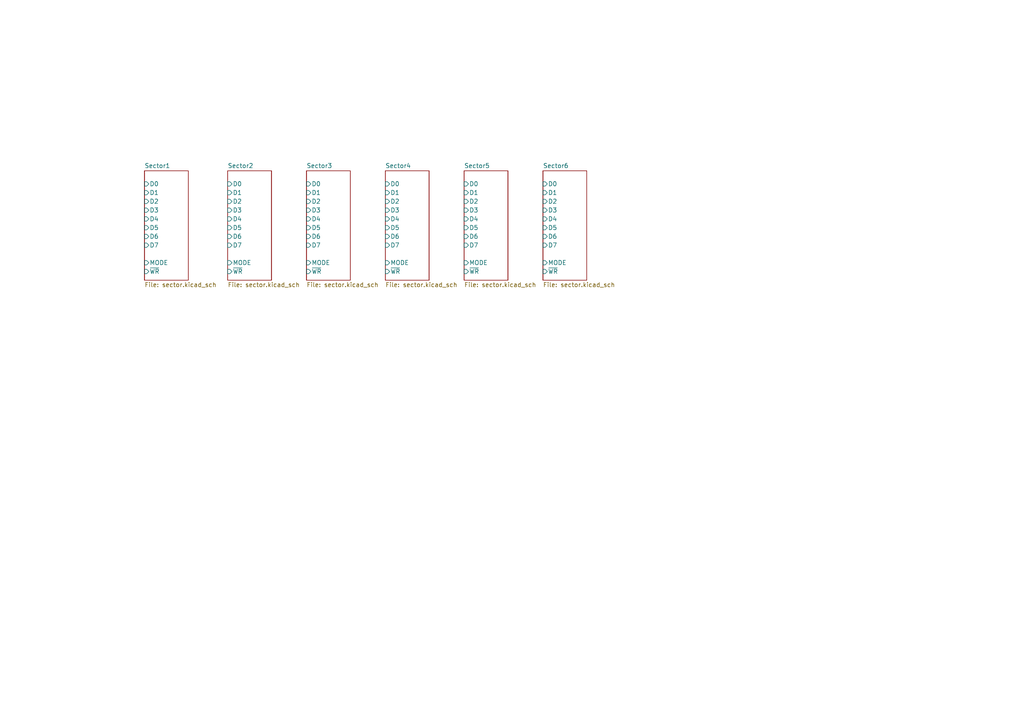
<source format=kicad_sch>
(kicad_sch
	(version 20250114)
	(generator "eeschema")
	(generator_version "9.0")
	(uuid "854da954-ecec-4a18-8053-33c879b37ebb")
	(paper "A4")
	(lib_symbols)
	(sheet
		(at 111.76 49.53)
		(size 12.7 31.75)
		(exclude_from_sim no)
		(in_bom yes)
		(on_board yes)
		(dnp no)
		(fields_autoplaced yes)
		(stroke
			(width 0.1524)
			(type solid)
		)
		(fill
			(color 0 0 0 0.0000)
		)
		(uuid "04b05e74-e8a7-427c-8af0-1f08c509c03f")
		(property "Sheetname" "Sector4"
			(at 111.76 48.8184 0)
			(effects
				(font
					(size 1.27 1.27)
				)
				(justify left bottom)
			)
		)
		(property "Sheetfile" "sector.kicad_sch"
			(at 111.76 81.8646 0)
			(effects
				(font
					(size 1.27 1.27)
				)
				(justify left top)
			)
		)
		(pin "D0" input
			(at 111.76 53.34 180)
			(uuid "b8a8cc7b-478f-48bc-84ef-11d2fb81829e")
			(effects
				(font
					(size 1.27 1.27)
				)
				(justify left)
			)
		)
		(pin "D1" input
			(at 111.76 55.88 180)
			(uuid "fed2ff82-5fa7-435b-a5ee-14726c1f7eae")
			(effects
				(font
					(size 1.27 1.27)
				)
				(justify left)
			)
		)
		(pin "D2" input
			(at 111.76 58.42 180)
			(uuid "7ffbd905-19ee-4bfa-b541-350580d64a46")
			(effects
				(font
					(size 1.27 1.27)
				)
				(justify left)
			)
		)
		(pin "D3" input
			(at 111.76 60.96 180)
			(uuid "18c62e29-9f21-4d89-8814-4611e4a8a2f3")
			(effects
				(font
					(size 1.27 1.27)
				)
				(justify left)
			)
		)
		(pin "D4" input
			(at 111.76 63.5 180)
			(uuid "8a419e1a-824a-423e-8b4f-0dc9f30d7beb")
			(effects
				(font
					(size 1.27 1.27)
				)
				(justify left)
			)
		)
		(pin "D5" input
			(at 111.76 66.04 180)
			(uuid "d4f113f5-84ed-4f0e-8280-6f428e5366f0")
			(effects
				(font
					(size 1.27 1.27)
				)
				(justify left)
			)
		)
		(pin "D6" input
			(at 111.76 68.58 180)
			(uuid "292c5ebf-16b5-462b-9631-d1be9830087a")
			(effects
				(font
					(size 1.27 1.27)
				)
				(justify left)
			)
		)
		(pin "D7" input
			(at 111.76 71.12 180)
			(uuid "fb2908d1-4f3b-4b00-81e6-de03879cca0b")
			(effects
				(font
					(size 1.27 1.27)
				)
				(justify left)
			)
		)
		(pin "MODE" input
			(at 111.76 76.2 180)
			(uuid "128e1113-7c7b-4bdc-a4d4-d907fd68bd1d")
			(effects
				(font
					(size 1.27 1.27)
				)
				(justify left)
			)
		)
		(pin "~{WR}" input
			(at 111.76 78.74 180)
			(uuid "cbf46a51-0cdf-4062-8d52-1a05450793b3")
			(effects
				(font
					(size 1.27 1.27)
				)
				(justify left)
			)
		)
		(instances
			(project "Led_clock_sector"
				(path "/854da954-ecec-4a18-8053-33c879b37ebb"
					(page "5")
				)
			)
		)
	)
	(sheet
		(at 66.04 49.53)
		(size 12.7 31.75)
		(exclude_from_sim no)
		(in_bom yes)
		(on_board yes)
		(dnp no)
		(fields_autoplaced yes)
		(stroke
			(width 0.1524)
			(type solid)
		)
		(fill
			(color 0 0 0 0.0000)
		)
		(uuid "1f856a04-686b-457e-87a4-7af76d5edd09")
		(property "Sheetname" "Sector2"
			(at 66.04 48.8184 0)
			(effects
				(font
					(size 1.27 1.27)
				)
				(justify left bottom)
			)
		)
		(property "Sheetfile" "sector.kicad_sch"
			(at 66.04 81.8646 0)
			(effects
				(font
					(size 1.27 1.27)
				)
				(justify left top)
			)
		)
		(pin "D0" input
			(at 66.04 53.34 180)
			(uuid "fee71055-91a6-4423-ab81-9b6da5c09d07")
			(effects
				(font
					(size 1.27 1.27)
				)
				(justify left)
			)
		)
		(pin "D1" input
			(at 66.04 55.88 180)
			(uuid "a7d730d8-3380-4a67-9a8c-9801819ae451")
			(effects
				(font
					(size 1.27 1.27)
				)
				(justify left)
			)
		)
		(pin "D2" input
			(at 66.04 58.42 180)
			(uuid "9809ac76-cdfe-472f-80b1-67312dea0ef6")
			(effects
				(font
					(size 1.27 1.27)
				)
				(justify left)
			)
		)
		(pin "D3" input
			(at 66.04 60.96 180)
			(uuid "22ef934b-a850-43ba-80b1-4c921f4efcd1")
			(effects
				(font
					(size 1.27 1.27)
				)
				(justify left)
			)
		)
		(pin "D4" input
			(at 66.04 63.5 180)
			(uuid "5f2e336c-7dfe-4d17-9935-6487a2a6b393")
			(effects
				(font
					(size 1.27 1.27)
				)
				(justify left)
			)
		)
		(pin "D5" input
			(at 66.04 66.04 180)
			(uuid "43bfbde0-a578-4b9a-aaad-55c0237f9bf6")
			(effects
				(font
					(size 1.27 1.27)
				)
				(justify left)
			)
		)
		(pin "D6" input
			(at 66.04 68.58 180)
			(uuid "6c17b3f5-19fa-4167-9a32-34c3e3cef349")
			(effects
				(font
					(size 1.27 1.27)
				)
				(justify left)
			)
		)
		(pin "D7" input
			(at 66.04 71.12 180)
			(uuid "0e0a6931-3db4-4576-8459-7006209bb324")
			(effects
				(font
					(size 1.27 1.27)
				)
				(justify left)
			)
		)
		(pin "MODE" input
			(at 66.04 76.2 180)
			(uuid "dca00ff4-2260-4ab6-ae33-d57768f899f0")
			(effects
				(font
					(size 1.27 1.27)
				)
				(justify left)
			)
		)
		(pin "~{WR}" input
			(at 66.04 78.74 180)
			(uuid "6b930181-e21c-4f2a-a601-ccd7f29521af")
			(effects
				(font
					(size 1.27 1.27)
				)
				(justify left)
			)
		)
		(instances
			(project "Led_clock_sector"
				(path "/854da954-ecec-4a18-8053-33c879b37ebb"
					(page "3")
				)
			)
		)
	)
	(sheet
		(at 88.9 49.53)
		(size 12.7 31.75)
		(exclude_from_sim no)
		(in_bom yes)
		(on_board yes)
		(dnp no)
		(fields_autoplaced yes)
		(stroke
			(width 0.1524)
			(type solid)
		)
		(fill
			(color 0 0 0 0.0000)
		)
		(uuid "5d46d765-1d6c-4220-8ee8-442dc3b3697f")
		(property "Sheetname" "Sector3"
			(at 88.9 48.8184 0)
			(effects
				(font
					(size 1.27 1.27)
				)
				(justify left bottom)
			)
		)
		(property "Sheetfile" "sector.kicad_sch"
			(at 88.9 81.8646 0)
			(effects
				(font
					(size 1.27 1.27)
				)
				(justify left top)
			)
		)
		(pin "D0" input
			(at 88.9 53.34 180)
			(uuid "d6dffc6b-9822-4d7d-a5c2-d0820dbdfab5")
			(effects
				(font
					(size 1.27 1.27)
				)
				(justify left)
			)
		)
		(pin "D1" input
			(at 88.9 55.88 180)
			(uuid "061b253c-7ea0-4b48-9533-261376d15782")
			(effects
				(font
					(size 1.27 1.27)
				)
				(justify left)
			)
		)
		(pin "D2" input
			(at 88.9 58.42 180)
			(uuid "d73a831b-da96-4804-90b3-c02a7161c9c3")
			(effects
				(font
					(size 1.27 1.27)
				)
				(justify left)
			)
		)
		(pin "D3" input
			(at 88.9 60.96 180)
			(uuid "688753ae-5f09-4da6-a13f-4ae922505478")
			(effects
				(font
					(size 1.27 1.27)
				)
				(justify left)
			)
		)
		(pin "D4" input
			(at 88.9 63.5 180)
			(uuid "86c9d49e-1463-4bcf-8dc7-e2fa895e849c")
			(effects
				(font
					(size 1.27 1.27)
				)
				(justify left)
			)
		)
		(pin "D5" input
			(at 88.9 66.04 180)
			(uuid "7d9098f0-50b0-4493-baba-4481603113b5")
			(effects
				(font
					(size 1.27 1.27)
				)
				(justify left)
			)
		)
		(pin "D6" input
			(at 88.9 68.58 180)
			(uuid "56cc20d4-66f1-4346-8625-4a41d010ffa0")
			(effects
				(font
					(size 1.27 1.27)
				)
				(justify left)
			)
		)
		(pin "D7" input
			(at 88.9 71.12 180)
			(uuid "6a5af776-16f1-4c35-885c-dceb7a5fd879")
			(effects
				(font
					(size 1.27 1.27)
				)
				(justify left)
			)
		)
		(pin "MODE" input
			(at 88.9 76.2 180)
			(uuid "9ca3ffc3-a9a6-47a7-b254-4d402dc555b8")
			(effects
				(font
					(size 1.27 1.27)
				)
				(justify left)
			)
		)
		(pin "~{WR}" input
			(at 88.9 78.74 180)
			(uuid "e812bfc6-56fe-4b97-8ba5-cf91543e2391")
			(effects
				(font
					(size 1.27 1.27)
				)
				(justify left)
			)
		)
		(instances
			(project "Led_clock_sector"
				(path "/854da954-ecec-4a18-8053-33c879b37ebb"
					(page "4")
				)
			)
		)
	)
	(sheet
		(at 41.91 49.53)
		(size 12.7 31.75)
		(exclude_from_sim no)
		(in_bom yes)
		(on_board yes)
		(dnp no)
		(fields_autoplaced yes)
		(stroke
			(width 0.1524)
			(type solid)
		)
		(fill
			(color 0 0 0 0.0000)
		)
		(uuid "929ff51f-02c5-4c2a-9e52-da6367ed83c7")
		(property "Sheetname" "Sector1"
			(at 41.91 48.8184 0)
			(effects
				(font
					(size 1.27 1.27)
				)
				(justify left bottom)
			)
		)
		(property "Sheetfile" "sector.kicad_sch"
			(at 41.91 81.8646 0)
			(effects
				(font
					(size 1.27 1.27)
				)
				(justify left top)
			)
		)
		(pin "D0" input
			(at 41.91 53.34 180)
			(uuid "b00676d0-b66a-440b-baf2-f0bd3f9d5945")
			(effects
				(font
					(size 1.27 1.27)
				)
				(justify left)
			)
		)
		(pin "D1" input
			(at 41.91 55.88 180)
			(uuid "2fc87fa9-4174-4925-96d3-ecfc7785631f")
			(effects
				(font
					(size 1.27 1.27)
				)
				(justify left)
			)
		)
		(pin "D2" input
			(at 41.91 58.42 180)
			(uuid "a8549934-44a0-495b-9437-22883e96b387")
			(effects
				(font
					(size 1.27 1.27)
				)
				(justify left)
			)
		)
		(pin "D3" input
			(at 41.91 60.96 180)
			(uuid "14504a0e-8cdc-438a-8f2d-0c1f1116ce73")
			(effects
				(font
					(size 1.27 1.27)
				)
				(justify left)
			)
		)
		(pin "D4" input
			(at 41.91 63.5 180)
			(uuid "992ca511-189f-4180-9f54-b4be1836e31e")
			(effects
				(font
					(size 1.27 1.27)
				)
				(justify left)
			)
		)
		(pin "D5" input
			(at 41.91 66.04 180)
			(uuid "61067a38-f8d1-4e17-9b6d-049f542c9005")
			(effects
				(font
					(size 1.27 1.27)
				)
				(justify left)
			)
		)
		(pin "D6" input
			(at 41.91 68.58 180)
			(uuid "f3480b79-303b-46bb-93df-22fe87d1bf38")
			(effects
				(font
					(size 1.27 1.27)
				)
				(justify left)
			)
		)
		(pin "D7" input
			(at 41.91 71.12 180)
			(uuid "e377a62a-38c4-4239-820b-420712c4e58b")
			(effects
				(font
					(size 1.27 1.27)
				)
				(justify left)
			)
		)
		(pin "MODE" input
			(at 41.91 76.2 180)
			(uuid "22a8e7e3-a4df-4365-8180-362955198796")
			(effects
				(font
					(size 1.27 1.27)
				)
				(justify left)
			)
		)
		(pin "~{WR}" input
			(at 41.91 78.74 180)
			(uuid "83acaf7c-2bfb-47ae-93dd-c35d7c3b32c1")
			(effects
				(font
					(size 1.27 1.27)
				)
				(justify left)
			)
		)
		(instances
			(project "Led_clock_sector"
				(path "/854da954-ecec-4a18-8053-33c879b37ebb"
					(page "2")
				)
			)
		)
	)
	(sheet
		(at 157.48 49.53)
		(size 12.7 31.75)
		(exclude_from_sim no)
		(in_bom yes)
		(on_board yes)
		(dnp no)
		(fields_autoplaced yes)
		(stroke
			(width 0.1524)
			(type solid)
		)
		(fill
			(color 0 0 0 0.0000)
		)
		(uuid "9a15f943-25f9-4164-acd0-5bc298e32013")
		(property "Sheetname" "Sector6"
			(at 157.48 48.8184 0)
			(effects
				(font
					(size 1.27 1.27)
				)
				(justify left bottom)
			)
		)
		(property "Sheetfile" "sector.kicad_sch"
			(at 157.48 81.8646 0)
			(effects
				(font
					(size 1.27 1.27)
				)
				(justify left top)
			)
		)
		(pin "D0" input
			(at 157.48 53.34 180)
			(uuid "06124cc1-8080-4b5b-81ed-d500d6a82eaf")
			(effects
				(font
					(size 1.27 1.27)
				)
				(justify left)
			)
		)
		(pin "D1" input
			(at 157.48 55.88 180)
			(uuid "d41bc449-7b82-4ab1-b4e7-b0311f16486b")
			(effects
				(font
					(size 1.27 1.27)
				)
				(justify left)
			)
		)
		(pin "D2" input
			(at 157.48 58.42 180)
			(uuid "129ef20a-2daa-4965-a15d-3f4d92dddd48")
			(effects
				(font
					(size 1.27 1.27)
				)
				(justify left)
			)
		)
		(pin "D3" input
			(at 157.48 60.96 180)
			(uuid "b298a6bc-36b1-4cb5-9063-754c3cabc7b8")
			(effects
				(font
					(size 1.27 1.27)
				)
				(justify left)
			)
		)
		(pin "D4" input
			(at 157.48 63.5 180)
			(uuid "5f1ed0da-9268-4372-90fa-af75f24d2c1e")
			(effects
				(font
					(size 1.27 1.27)
				)
				(justify left)
			)
		)
		(pin "D5" input
			(at 157.48 66.04 180)
			(uuid "6ef8ffc3-dc6a-47d6-af7b-cfa721ac6eb4")
			(effects
				(font
					(size 1.27 1.27)
				)
				(justify left)
			)
		)
		(pin "D6" input
			(at 157.48 68.58 180)
			(uuid "a8809e37-2ff5-4136-ad38-2392ba156d69")
			(effects
				(font
					(size 1.27 1.27)
				)
				(justify left)
			)
		)
		(pin "D7" input
			(at 157.48 71.12 180)
			(uuid "df6d4bce-32a0-45e7-ab66-e3af5dc221c3")
			(effects
				(font
					(size 1.27 1.27)
				)
				(justify left)
			)
		)
		(pin "MODE" input
			(at 157.48 76.2 180)
			(uuid "222f1c49-d21e-47e8-bf42-4ce9f267faee")
			(effects
				(font
					(size 1.27 1.27)
				)
				(justify left)
			)
		)
		(pin "~{WR}" input
			(at 157.48 78.74 180)
			(uuid "b07ff192-a797-4fab-9754-ecfe3be45550")
			(effects
				(font
					(size 1.27 1.27)
				)
				(justify left)
			)
		)
		(instances
			(project "Led_clock_sector"
				(path "/854da954-ecec-4a18-8053-33c879b37ebb"
					(page "7")
				)
			)
		)
	)
	(sheet
		(at 134.62 49.53)
		(size 12.7 31.75)
		(exclude_from_sim no)
		(in_bom yes)
		(on_board yes)
		(dnp no)
		(fields_autoplaced yes)
		(stroke
			(width 0.1524)
			(type solid)
		)
		(fill
			(color 0 0 0 0.0000)
		)
		(uuid "ab90faec-1c29-4b43-b677-784af5a0f47e")
		(property "Sheetname" "Sector5"
			(at 134.62 48.8184 0)
			(effects
				(font
					(size 1.27 1.27)
				)
				(justify left bottom)
			)
		)
		(property "Sheetfile" "sector.kicad_sch"
			(at 134.62 81.8646 0)
			(effects
				(font
					(size 1.27 1.27)
				)
				(justify left top)
			)
		)
		(pin "D0" input
			(at 134.62 53.34 180)
			(uuid "b5dfa3c7-7cc8-469a-aa92-f58f2245aeb2")
			(effects
				(font
					(size 1.27 1.27)
				)
				(justify left)
			)
		)
		(pin "D1" input
			(at 134.62 55.88 180)
			(uuid "ee9925d7-e5d1-4817-9c1e-9a7a2742a07f")
			(effects
				(font
					(size 1.27 1.27)
				)
				(justify left)
			)
		)
		(pin "D2" input
			(at 134.62 58.42 180)
			(uuid "d2262b8e-fc88-47e8-82a6-8b8222c7ec46")
			(effects
				(font
					(size 1.27 1.27)
				)
				(justify left)
			)
		)
		(pin "D3" input
			(at 134.62 60.96 180)
			(uuid "6a6da2d1-9376-4de8-93f8-59352552c516")
			(effects
				(font
					(size 1.27 1.27)
				)
				(justify left)
			)
		)
		(pin "D4" input
			(at 134.62 63.5 180)
			(uuid "5b1d0a07-e742-420b-855a-3a54c63d82f5")
			(effects
				(font
					(size 1.27 1.27)
				)
				(justify left)
			)
		)
		(pin "D5" input
			(at 134.62 66.04 180)
			(uuid "49048470-99e9-42f2-b8d9-48c323423b18")
			(effects
				(font
					(size 1.27 1.27)
				)
				(justify left)
			)
		)
		(pin "D6" input
			(at 134.62 68.58 180)
			(uuid "12ac5174-e468-4e10-8c21-9b7899d96946")
			(effects
				(font
					(size 1.27 1.27)
				)
				(justify left)
			)
		)
		(pin "D7" input
			(at 134.62 71.12 180)
			(uuid "d58eb7e2-e906-4be9-972a-84857c4f0372")
			(effects
				(font
					(size 1.27 1.27)
				)
				(justify left)
			)
		)
		(pin "MODE" input
			(at 134.62 76.2 180)
			(uuid "5421aa2a-a133-4571-9e59-5254e4ac359f")
			(effects
				(font
					(size 1.27 1.27)
				)
				(justify left)
			)
		)
		(pin "~{WR}" input
			(at 134.62 78.74 180)
			(uuid "f6a88089-05bc-4d5c-845a-b6acd2db0fd0")
			(effects
				(font
					(size 1.27 1.27)
				)
				(justify left)
			)
		)
		(instances
			(project "Led_clock_sector"
				(path "/854da954-ecec-4a18-8053-33c879b37ebb"
					(page "6")
				)
			)
		)
	)
	(sheet_instances
		(path "/"
			(page "1")
		)
	)
	(embedded_fonts no)
)

</source>
